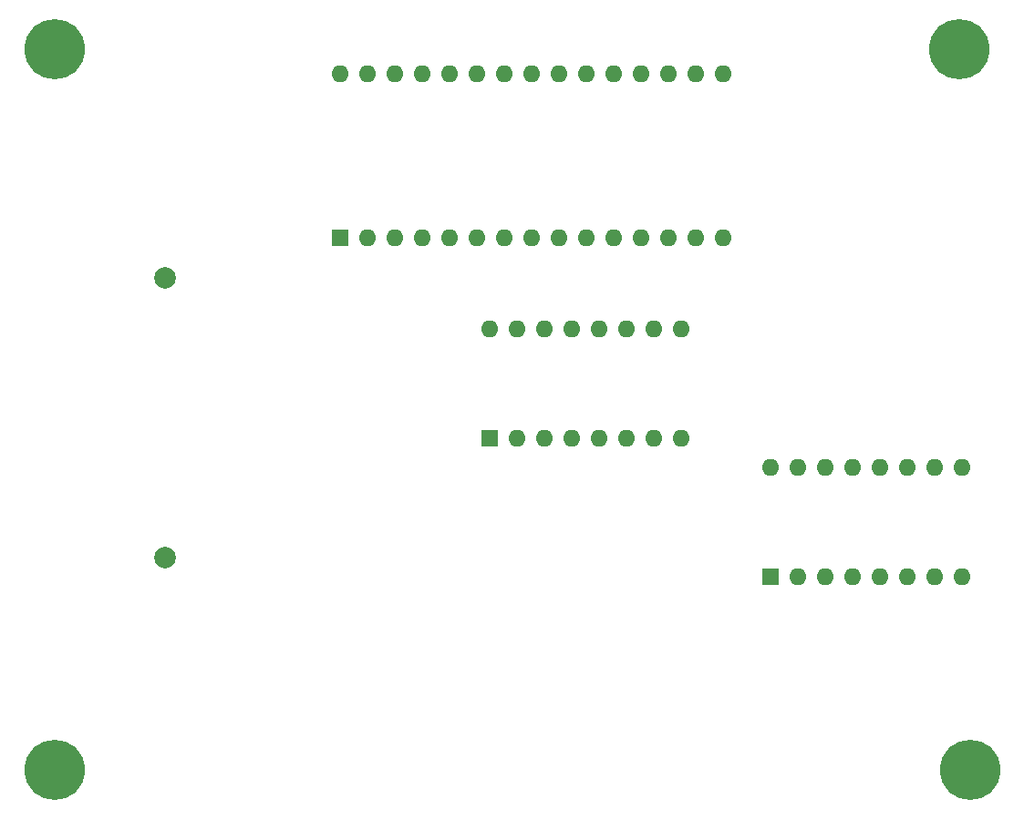
<source format=gbr>
%TF.GenerationSoftware,KiCad,Pcbnew,5.1.10-88a1d61d58~90~ubuntu20.04.1*%
%TF.CreationDate,2021-10-29T09:45:40+02:00*%
%TF.ProjectId,GameboyReader,47616d65-626f-4795-9265-616465722e6b,rev?*%
%TF.SameCoordinates,Original*%
%TF.FileFunction,Soldermask,Bot*%
%TF.FilePolarity,Negative*%
%FSLAX46Y46*%
G04 Gerber Fmt 4.6, Leading zero omitted, Abs format (unit mm)*
G04 Created by KiCad (PCBNEW 5.1.10-88a1d61d58~90~ubuntu20.04.1) date 2021-10-29 09:45:40*
%MOMM*%
%LPD*%
G01*
G04 APERTURE LIST*
%ADD10C,5.600000*%
%ADD11C,2.000000*%
%ADD12O,1.600000X1.600000*%
%ADD13R,1.600000X1.600000*%
G04 APERTURE END LIST*
D10*
%TO.C,REF\u002A\u002A*%
X109000000Y-79000000D03*
%TD*%
%TO.C,REF\u002A\u002A*%
X193000000Y-79000000D03*
%TD*%
%TO.C,REF\u002A\u002A*%
X194000000Y-146000000D03*
%TD*%
%TO.C,REF\u002A\u002A*%
X109000000Y-146000000D03*
%TD*%
D11*
%TO.C,J1*%
X119300000Y-126250000D03*
X119300000Y-100250000D03*
%TD*%
D12*
%TO.C,U2*%
X149420000Y-105000000D03*
X167200000Y-115160000D03*
X151960000Y-105000000D03*
X164660000Y-115160000D03*
X154500000Y-105000000D03*
X162120000Y-115160000D03*
X157040000Y-105000000D03*
X159580000Y-115160000D03*
X159580000Y-105000000D03*
X157040000Y-115160000D03*
X162120000Y-105000000D03*
X154500000Y-115160000D03*
X164660000Y-105000000D03*
X151960000Y-115160000D03*
X167200000Y-105000000D03*
D13*
X149420000Y-115160000D03*
%TD*%
%TO.C,A1*%
X135500000Y-96500000D03*
D12*
X168520000Y-81260000D03*
X138040000Y-96500000D03*
X165980000Y-81260000D03*
X140580000Y-96500000D03*
X163440000Y-81260000D03*
X143120000Y-96500000D03*
X160900000Y-81260000D03*
X145660000Y-96500000D03*
X158360000Y-81260000D03*
X148200000Y-96500000D03*
X155820000Y-81260000D03*
X150740000Y-96500000D03*
X153280000Y-81260000D03*
X153280000Y-96500000D03*
X150740000Y-81260000D03*
X155820000Y-96500000D03*
X148200000Y-81260000D03*
X158360000Y-96500000D03*
X145660000Y-81260000D03*
X160900000Y-96500000D03*
X143120000Y-81260000D03*
X163440000Y-96500000D03*
X140580000Y-81260000D03*
X165980000Y-96500000D03*
X138040000Y-81260000D03*
X168520000Y-96500000D03*
X135500000Y-81260000D03*
X171060000Y-96500000D03*
X171060000Y-81260000D03*
%TD*%
D13*
%TO.C,U1*%
X175500000Y-128000000D03*
D12*
X193280000Y-117840000D03*
X178040000Y-128000000D03*
X190740000Y-117840000D03*
X180580000Y-128000000D03*
X188200000Y-117840000D03*
X183120000Y-128000000D03*
X185660000Y-117840000D03*
X185660000Y-128000000D03*
X183120000Y-117840000D03*
X188200000Y-128000000D03*
X180580000Y-117840000D03*
X190740000Y-128000000D03*
X178040000Y-117840000D03*
X193280000Y-128000000D03*
X175500000Y-117840000D03*
%TD*%
M02*

</source>
